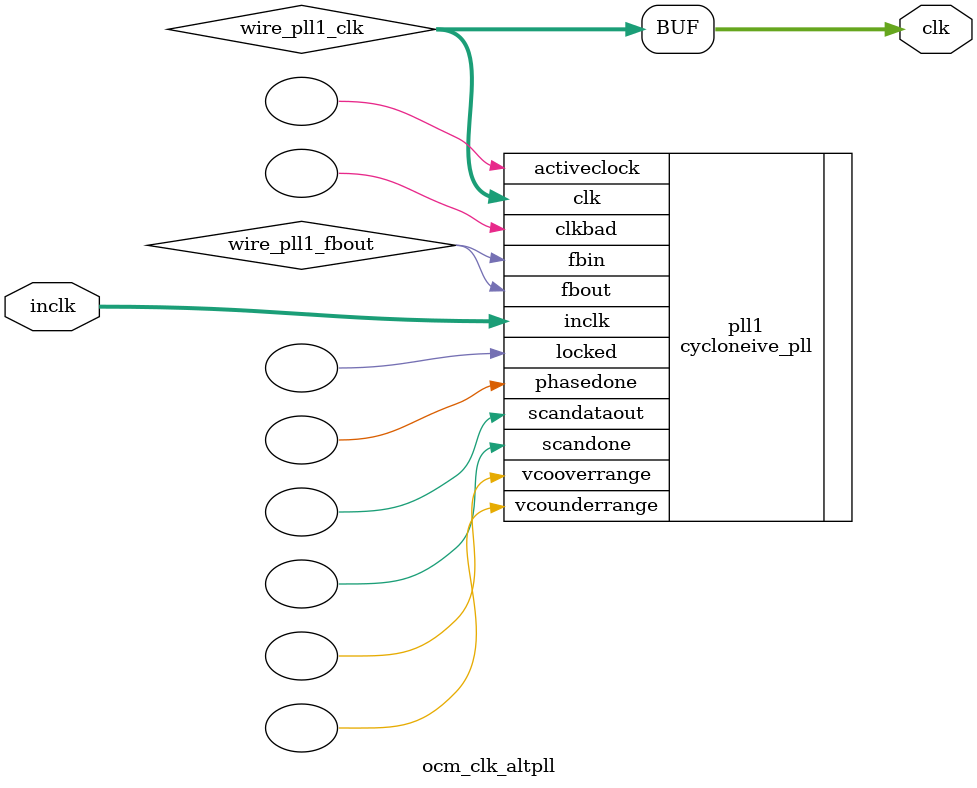
<source format=v>






//synthesis_resources = cycloneive_pll 1 
//synopsys translate_off
`timescale 1 ps / 1 ps
//synopsys translate_on
module  ocm_clk_altpll
	( 
	clk,
	inclk) /* synthesis synthesis_clearbox=1 */;
	output   [4:0]  clk;
	input   [1:0]  inclk;
`ifndef ALTERA_RESERVED_QIS
// synopsys translate_off
`endif
	tri0   [1:0]  inclk;
`ifndef ALTERA_RESERVED_QIS
// synopsys translate_on
`endif

	wire  [4:0]   wire_pll1_clk;
	wire  wire_pll1_fbout;

	cycloneive_pll   pll1
	( 
	.activeclock(),
	.clk(wire_pll1_clk),
	.clkbad(),
	.fbin(wire_pll1_fbout),
	.fbout(wire_pll1_fbout),
	.inclk(inclk),
	.locked(),
	.phasedone(),
	.scandataout(),
	.scandone(),
	.vcooverrange(),
	.vcounderrange()
	`ifndef FORMAL_VERIFICATION
	// synopsys translate_off
	`endif
	,
	.areset(1'b0),
	.clkswitch(1'b0),
	.configupdate(1'b0),
	.pfdena(1'b1),
	.phasecounterselect({3{1'b0}}),
	.phasestep(1'b0),
	.phaseupdown(1'b0),
	.scanclk(1'b0),
	.scanclkena(1'b1),
	.scandata(1'b0)
	`ifndef FORMAL_VERIFICATION
	// synopsys translate_on
	`endif
	);
	defparam
		pll1.bandwidth_type = "auto",
		pll1.clk0_divide_by = 1,
		pll1.clk0_duty_cycle = 50,
		pll1.clk0_multiply_by = 4,
		pll1.clk0_phase_shift = "0",
		pll1.compensate_clock = "clk0",
		pll1.inclk0_input_frequency = 20000,
		pll1.operation_mode = "normal",
		pll1.pll_type = "auto",
		pll1.lpm_type = "cycloneive_pll";
	assign
		clk = {wire_pll1_clk[4:0]};
endmodule //ocm_clk_altpll
//VALID FILE

</source>
